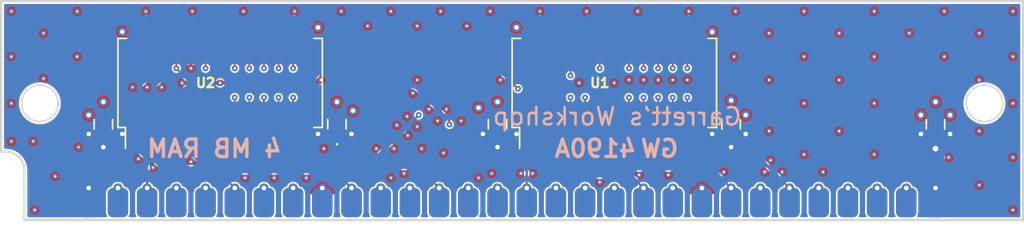
<source format=kicad_pcb>
(kicad_pcb (version 20171130) (host pcbnew "(5.1.5-0-10_14)")
  (layers (0 F.Cu signal) (1 In1.Cu power) (2 In2.Cu signal) (31 B.Cu power) (34 B.Paste user) (35 F.Paste user) (36 B.SilkS user) (37 F.SilkS user) (38 B.Mask user) (39 F.Mask user) (44 Edge.Cuts user))
  (net 0 "")
  (net 1 +5V)
  (net 2 /D0)
  (net 3 /D1)
  (net 4 /~WE~)
  (net 5 /~RAS~)
  (net 6 /~CAS~)
  (net 7 /D2)
  (net 8 /D3)
  (net 9 GND)
  (net 10 /D4)
  (net 11 /D5)
  (net 12 /D6)
  (net 13 /A11)
  (net 14 /D7)
  (net 15 /QP)
  (net 16 /~CASP~)
  (net 17 /DP)
  (net 18 /1A0)
  (net 19 /1A1)
  (net 20 /1A2)
  (net 21 /1A3)
  (net 22 /1A4)
  (net 23 /1A5)
  (net 24 /1A6)
  (net 25 /1A7)
  (net 26 /1A8)
  (net 27 /1A10)
  (net 28 /1A9)
  (module stdpads:SIMM-30_Edge (layer F.Cu) (at 120.65 99.822)
    (fp_text reference J1)
    (fp_text value DRAM-SIMM-30)
    (pad 1 smd roundrect (at -36.83 0.254) (size 1.778 2.54) (layers B.Cu B.Mask) (net 1 +5V))
    (pad 1 smd roundrect (at -36.83 0.254) (size 1.778 2.54) (layers F.Cu F.Mask) (net 1 +5V))
    (pad 2 smd roundrect (at -34.29 0.254) (size 1.778 2.54) (layers B.Cu B.Mask) (net 6 /~CAS~))
    (pad 3 smd roundrect (at -31.75 0.254) (size 1.778 2.54) (layers B.Cu B.Mask) (net 2 /D0))
    (pad 4 smd roundrect (at -29.21 0.254) (size 1.778 2.54) (layers B.Cu B.Mask) (net 22 /1A4))
    (pad 5 smd roundrect (at -26.67 0.254) (size 1.778 2.54) (layers B.Cu B.Mask) (net 21 /1A3))
    (pad 6 smd roundrect (at -24.13 0.254) (size 1.778 2.54) (layers B.Cu B.Mask) (net 3 /D1))
    (pad 7 smd roundrect (at -21.59 0.254) (size 1.778 2.54) (layers B.Cu B.Mask) (net 23 /1A5))
    (pad 8 smd roundrect (at -19.05 0.254) (size 1.778 2.54) (layers B.Cu B.Mask) (net 20 /1A2))
    (pad 9 smd roundrect (at -16.51 0.254) (size 1.778 2.54) (layers B.Cu B.Mask) (net 9 GND))
    (pad 10 smd roundrect (at -13.97 0.254) (size 1.778 2.54) (layers B.Cu B.Mask) (net 7 /D2))
    (pad 11 smd roundrect (at -11.43 0.254) (size 1.778 2.54) (layers B.Cu B.Mask) (net 24 /1A6))
    (pad 12 smd roundrect (at -8.89 0.254) (size 1.778 2.54) (layers B.Cu B.Mask) (net 19 /1A1))
    (pad 13 smd roundrect (at -6.35 0.254) (size 1.778 2.54) (layers B.Cu B.Mask) (net 8 /D3))
    (pad 14 smd roundrect (at -3.81 0.254) (size 1.778 2.54) (layers B.Cu B.Mask) (net 25 /1A7))
    (pad 15 smd roundrect (at -1.27 0.254) (size 1.778 2.54) (layers B.Cu B.Mask) (net 18 /1A0))
    (pad 16 smd roundrect (at 1.27 0.254) (size 1.778 2.54) (layers B.Cu B.Mask) (net 10 /D4))
    (pad 17 smd roundrect (at 3.81 0.254) (size 1.778 2.54) (layers B.Cu B.Mask) (net 26 /1A8))
    (pad 18 smd roundrect (at 6.35 0.254) (size 1.778 2.54) (layers B.Cu B.Mask) (net 27 /1A10))
    (pad 19 smd roundrect (at 8.89 0.254) (size 1.778 2.54) (layers B.Cu B.Mask) (net 28 /1A9))
    (pad 20 smd roundrect (at 11.43 0.254) (size 1.778 2.54) (layers B.Cu B.Mask) (net 11 /D5))
    (pad 21 smd roundrect (at 13.97 0.254) (size 1.778 2.54) (layers B.Cu B.Mask) (net 4 /~WE~))
    (pad 22 smd roundrect (at 16.51 0.254) (size 1.778 2.54) (layers B.Cu B.Mask) (net 9 GND))
    (pad 23 smd roundrect (at 19.05 0.254) (size 1.778 2.54) (layers B.Cu B.Mask) (net 12 /D6))
    (pad 24 smd roundrect (at 21.59 0.254) (size 1.778 2.54) (layers B.Cu B.Mask) (net 13 /A11))
    (pad 25 smd roundrect (at 24.13 0.254) (size 1.778 2.54) (layers B.Cu B.Mask) (net 14 /D7))
    (pad 26 smd roundrect (at 26.67 0.254) (size 1.778 2.54) (layers B.Cu B.Mask) (net 15 /QP))
    (pad 27 smd roundrect (at 29.21 0.254) (size 1.778 2.54) (layers B.Cu B.Mask) (net 5 /~RAS~))
    (pad 28 smd roundrect (at 31.75 0.254) (size 1.778 2.54) (layers B.Cu B.Mask) (net 16 /~CASP~))
    (pad 29 smd roundrect (at 34.29 0.254) (size 1.778 2.54) (layers B.Cu B.Mask) (net 17 /DP))
    (pad 30 smd roundrect (at 36.83 0.254) (size 1.778 2.54) (layers B.Cu B.Mask) (net 1 +5V))
    (pad 2 smd roundrect (at -34.29 0.254) (size 1.778 2.54) (layers F.Cu F.Mask) (net 6 /~CAS~))
    (pad 3 thru_hole circle (at -31.75 -1.016) (size 0.8 0.8) (drill 0.4) (layers *.Cu *.Mask) (net 2 /D0))
    (pad 11 smd roundrect (at -11.43 0.254) (size 1.778 2.54) (layers F.Cu F.Mask) (net 24 /1A6))
    (pad 5 smd roundrect (at -26.67 0.254) (size 1.778 2.54) (layers F.Cu F.Mask) (net 21 /1A3))
    (pad 12 smd roundrect (at -8.89 0.254) (size 1.778 2.54) (layers F.Cu F.Mask) (net 19 /1A1))
    (pad 26 smd roundrect (at 26.67 0.254) (size 1.778 2.54) (layers F.Cu F.Mask) (net 15 /QP))
    (pad 13 smd roundrect (at -6.35 0.254) (size 1.778 2.54) (layers F.Cu F.Mask) (net 8 /D3))
    (pad 14 smd roundrect (at -3.81 0.254) (size 1.778 2.54) (layers F.Cu F.Mask) (net 25 /1A7))
    (pad 4 smd roundrect (at -29.21 0.254) (size 1.778 2.54) (layers F.Cu F.Mask) (net 22 /1A4))
    (pad 29 smd roundrect (at 34.29 0.254) (size 1.778 2.54) (layers F.Cu F.Mask) (net 17 /DP))
    (pad 3 smd roundrect (at -31.75 0.254) (size 1.778 2.54) (layers F.Cu F.Mask) (net 2 /D0))
    (pad 24 smd roundrect (at 21.59 0.254) (size 1.778 2.54) (layers F.Cu F.Mask) (net 13 /A11))
    (pad 16 smd roundrect (at 1.27 0.254) (size 1.778 2.54) (layers F.Cu F.Mask) (net 10 /D4))
    (pad 20 smd roundrect (at 11.43 0.254) (size 1.778 2.54) (layers F.Cu F.Mask) (net 11 /D5))
    (pad 23 smd roundrect (at 19.05 0.254) (size 1.778 2.54) (layers F.Cu F.Mask) (net 12 /D6))
    (pad 9 smd roundrect (at -16.51 0.254) (size 1.778 2.54) (layers F.Cu F.Mask) (net 9 GND))
    (pad 18 smd roundrect (at 6.35 0.254) (size 1.778 2.54) (layers F.Cu F.Mask) (net 27 /1A10))
    (pad 21 smd roundrect (at 13.97 0.254) (size 1.778 2.54) (layers F.Cu F.Mask) (net 4 /~WE~))
    (pad 19 smd roundrect (at 8.89 0.254) (size 1.778 2.54) (layers F.Cu F.Mask) (net 28 /1A9))
    (pad 10 smd roundrect (at -13.97 0.254) (size 1.778 2.54) (layers F.Cu F.Mask) (net 7 /D2))
    (pad 22 smd roundrect (at 16.51 0.254) (size 1.778 2.54) (layers F.Cu F.Mask) (net 9 GND))
    (pad 6 smd roundrect (at -24.13 0.254) (size 1.778 2.54) (layers F.Cu F.Mask) (net 3 /D1))
    (pad 17 smd roundrect (at 3.81 0.254) (size 1.778 2.54) (layers F.Cu F.Mask) (net 26 /1A8))
    (pad 7 smd roundrect (at -21.59 0.254) (size 1.778 2.54) (layers F.Cu F.Mask) (net 23 /1A5))
    (pad 8 smd roundrect (at -19.05 0.254) (size 1.778 2.54) (layers F.Cu F.Mask) (net 20 /1A2))
    (pad 27 smd roundrect (at 29.21 0.254) (size 1.778 2.54) (layers F.Cu F.Mask) (net 5 /~RAS~))
    (pad 28 smd roundrect (at 31.75 0.254) (size 1.778 2.54) (layers F.Cu F.Mask) (net 16 /~CASP~))
    (pad 30 smd roundrect (at 36.83 0.254) (size 1.778 2.54) (layers F.Cu F.Mask) (net 1 +5V))
    (pad 15 smd roundrect (at -1.27 0.254) (size 1.778 2.54) (layers F.Cu F.Mask) (net 18 /1A0))
    (pad 25 smd roundrect (at 24.13 0.254) (size 1.778 2.54) (layers F.Cu F.Mask) (net 14 /D7))
    (pad 2 thru_hole circle (at -34.29 -1.016) (size 0.8 0.8) (drill 0.4) (layers *.Cu *.Mask) (net 6 /~CAS~))
    (pad 1 thru_hole circle (at -36.83 -1.016) (size 0.8 0.8) (drill 0.4) (layers *.Cu *.Mask) (net 1 +5V))
    (pad 5 thru_hole circle (at -26.67 -1.016) (size 0.8 0.8) (drill 0.4) (layers *.Cu *.Mask) (net 21 /1A3))
    (pad 4 thru_hole circle (at -29.21 -1.016) (size 0.8 0.8) (drill 0.4) (layers *.Cu *.Mask) (net 22 /1A4))
    (pad 6 thru_hole circle (at -24.13 -1.016) (size 0.8 0.8) (drill 0.4) (layers *.Cu *.Mask) (net 3 /D1))
    (pad 7 thru_hole circle (at -21.59 -1.016) (size 0.8 0.8) (drill 0.4) (layers *.Cu *.Mask) (net 23 /1A5))
    (pad 9 thru_hole circle (at -16.51 -1.016) (size 0.8 0.8) (drill 0.4) (layers *.Cu *.Mask) (net 9 GND))
    (pad 8 thru_hole circle (at -19.05 -1.016) (size 0.8 0.8) (drill 0.4) (layers *.Cu *.Mask) (net 20 /1A2))
    (pad 11 thru_hole circle (at -11.43 -1.016) (size 0.8 0.8) (drill 0.4) (layers *.Cu *.Mask) (net 24 /1A6))
    (pad 10 thru_hole circle (at -13.97 -1.016) (size 0.8 0.8) (drill 0.4) (layers *.Cu *.Mask) (net 7 /D2))
    (pad 12 thru_hole circle (at -8.89 -1.016) (size 0.8 0.8) (drill 0.4) (layers *.Cu *.Mask) (net 19 /1A1))
    (pad 14 thru_hole circle (at -3.81 -1.016) (size 0.8 0.8) (drill 0.4) (layers *.Cu *.Mask) (net 25 /1A7))
    (pad 13 thru_hole circle (at -6.35 -1.016) (size 0.8 0.8) (drill 0.4) (layers *.Cu *.Mask) (net 8 /D3))
    (pad 15 thru_hole circle (at -1.27 -1.016) (size 0.8 0.8) (drill 0.4) (layers *.Cu *.Mask) (net 18 /1A0))
    (pad 17 thru_hole circle (at 3.81 -1.016) (size 0.8 0.8) (drill 0.4) (layers *.Cu *.Mask) (net 26 /1A8))
    (pad 16 thru_hole circle (at 1.27 -1.016) (size 0.8 0.8) (drill 0.4) (layers *.Cu *.Mask) (net 10 /D4))
    (pad 18 thru_hole circle (at 6.35 -1.016) (size 0.8 0.8) (drill 0.4) (layers *.Cu *.Mask) (net 27 /1A10))
    (pad 27 thru_hole circle (at 29.21 -1.016) (size 0.8 0.8) (drill 0.4) (layers *.Cu *.Mask) (net 5 /~RAS~))
    (pad 26 thru_hole circle (at 26.67 -1.016) (size 0.8 0.8) (drill 0.4) (layers *.Cu *.Mask) (net 15 /QP))
    (pad 28 thru_hole circle (at 31.75 -1.016) (size 0.8 0.8) (drill 0.4) (layers *.Cu *.Mask) (net 16 /~CASP~))
    (pad 21 thru_hole circle (at 13.97 -1.016) (size 0.8 0.8) (drill 0.4) (layers *.Cu *.Mask) (net 4 /~WE~))
    (pad 20 thru_hole circle (at 11.43 -1.016) (size 0.8 0.8) (drill 0.4) (layers *.Cu *.Mask) (net 11 /D5))
    (pad 22 thru_hole circle (at 16.51 -1.016) (size 0.8 0.8) (drill 0.4) (layers *.Cu *.Mask) (net 9 GND))
    (pad 24 thru_hole circle (at 21.59 -1.016) (size 0.8 0.8) (drill 0.4) (layers *.Cu *.Mask) (net 13 /A11))
    (pad 23 thru_hole circle (at 19.05 -1.016) (size 0.8 0.8) (drill 0.4) (layers *.Cu *.Mask) (net 12 /D6))
    (pad 25 thru_hole circle (at 24.13 -1.016) (size 0.8 0.8) (drill 0.4) (layers *.Cu *.Mask) (net 14 /D7))
    (pad 19 thru_hole circle (at 8.89 -1.016) (size 0.8 0.8) (drill 0.4) (layers *.Cu *.Mask) (net 28 /1A9))
    (pad 29 thru_hole circle (at 34.29 -1.016) (size 0.8 0.8) (drill 0.4) (layers *.Cu *.Mask) (net 17 /DP))
    (pad 30 thru_hole circle (at 36.83 -1.016) (size 0.8 0.8) (drill 0.4) (layers *.Cu *.Mask) (net 1 +5V))
  )
  (module stdpads:SOP-24-26-300mil (layer F.Cu) (at 129.54 89.662 90)
    (fp_text reference U1)
    (fp_text value AS4C4M4)
    (fp_text user %R (at 0 -1.27) (layer F.SilkS) (effects (font (size 0.8128 0.8128) (thickness 0.2032))))
    (fp_line (start -3.875 -8.89) (end -3.875 -8.24) (layer F.SilkS) (width 0.1524))
    (fp_line (start 3.875 -8.89) (end 3.875 -8.145) (layer F.SilkS) (width 0.1524))
    (fp_line (start 3.875 8.89) (end 3.875 8.145) (layer F.SilkS) (width 0.1524))
    (fp_line (start -3.875 8.89) (end -3.875 8.145) (layer F.SilkS) (width 0.1524))
    (fp_line (start -3.875 -8.89) (end 3.875 -8.89) (layer F.SilkS) (width 0.1524))
    (fp_line (start -3.875 8.89) (end 3.875 8.89) (layer F.SilkS) (width 0.1524))
    (fp_line (start -3.875 -8.24) (end -5.7 -8.24) (layer F.SilkS) (width 0.1524))
    (pad 8 smd roundrect (at -3.7 1.27 90) (size 4 0.6) (layers F.Cu F.Mask) (net 27 /1A10))
    (pad 19 smd roundrect (at 3.7 1.27 90) (size 4 0.6) (layers F.Cu F.Mask) (net 26 /1A8))
    (pad 6 smd roundrect (at -3.7 -1.27 90) (size 4 0.6) (layers F.Cu F.Mask))
    (pad 21 smd roundrect (at 3.7 -1.27 90) (size 4 0.6) (layers F.Cu F.Mask) (net 28 /1A9))
    (pad 1 smd roundrect (at -3.7 -7.62 90) (size 4 0.6) (layers F.Cu F.Mask) (net 1 +5V))
    (pad 2 smd roundrect (at -3.7 -6.35 90) (size 4 0.6) (layers F.Cu F.Mask) (net 11 /D5))
    (pad 3 smd roundrect (at -3.7 -5.08 90) (size 4 0.6) (layers F.Cu F.Mask) (net 14 /D7))
    (pad 4 smd roundrect (at -3.7 -3.81 90) (size 4 0.6) (layers F.Cu F.Mask) (net 4 /~WE~))
    (pad 5 smd roundrect (at -3.7 -2.54 90) (size 4 0.6) (layers F.Cu F.Mask) (net 5 /~RAS~))
    (pad 9 smd roundrect (at -3.7 2.54 90) (size 4 0.6) (layers F.Cu F.Mask) (net 18 /1A0))
    (pad 10 smd roundrect (at -3.7 3.81 90) (size 4 0.6) (layers F.Cu F.Mask) (net 19 /1A1))
    (pad 11 smd roundrect (at -3.7 5.08 90) (size 4 0.6) (layers F.Cu F.Mask) (net 20 /1A2))
    (pad 12 smd roundrect (at -3.7 6.35 90) (size 4 0.6) (layers F.Cu F.Mask) (net 21 /1A3))
    (pad 13 smd roundrect (at -3.7 7.62 90) (size 4 0.6) (layers F.Cu F.Mask) (net 1 +5V))
    (pad 15 smd roundrect (at 3.7 6.35 90) (size 4 0.6) (layers F.Cu F.Mask) (net 22 /1A4))
    (pad 16 smd roundrect (at 3.7 5.08 90) (size 4 0.6) (layers F.Cu F.Mask) (net 23 /1A5))
    (pad 17 smd roundrect (at 3.7 3.81 90) (size 4 0.6) (layers F.Cu F.Mask) (net 24 /1A6))
    (pad 18 smd roundrect (at 3.7 2.54 90) (size 4 0.6) (layers F.Cu F.Mask) (net 25 /1A7))
    (pad 22 smd roundrect (at 3.7 -2.54 90) (size 4 0.6) (layers F.Cu F.Mask) (net 9 GND))
    (pad 23 smd roundrect (at 3.7 -3.81 90) (size 4 0.6) (layers F.Cu F.Mask) (net 6 /~CAS~))
    (pad 24 smd roundrect (at 3.7 -5.08 90) (size 4 0.6) (layers F.Cu F.Mask) (net 12 /D6))
    (pad 25 smd roundrect (at 3.7 -6.35 90) (size 4 0.6) (layers F.Cu F.Mask) (net 10 /D4))
    (pad 26 smd roundrect (at 3.7 -7.62 90) (size 4 0.6) (layers F.Cu F.Mask) (net 9 GND))
    (pad 14 smd roundrect (at 3.7 7.62 90) (size 4 0.6) (layers F.Cu F.Mask) (net 9 GND))
    (pad 1 smd roundrect (at -4.45 -7.62 90) (size 2.5 0.6) (layers F.Cu F.Paste F.Mask) (net 1 +5V))
    (pad 2 smd roundrect (at -4.45 -6.35 90) (size 2.5 0.6) (layers F.Cu F.Paste F.Mask) (net 11 /D5))
    (pad 3 smd roundrect (at -4.45 -5.08 90) (size 2.5 0.6) (layers F.Cu F.Paste F.Mask) (net 14 /D7))
    (pad 4 smd roundrect (at -4.45 -3.81 90) (size 2.5 0.6) (layers F.Cu F.Paste F.Mask) (net 4 /~WE~))
    (pad 5 smd roundrect (at -4.45 -2.54 90) (size 2.5 0.6) (layers F.Cu F.Paste F.Mask) (net 5 /~RAS~))
    (pad 6 smd roundrect (at -4.45 -1.27 90) (size 2.5 0.6) (layers F.Cu F.Paste F.Mask))
    (pad 8 smd roundrect (at -4.45 1.27 90) (size 2.5 0.6) (layers F.Cu F.Paste F.Mask) (net 27 /1A10))
    (pad 9 smd roundrect (at -4.45 2.54 90) (size 2.5 0.6) (layers F.Cu F.Paste F.Mask) (net 18 /1A0))
    (pad 10 smd roundrect (at -4.45 3.81 90) (size 2.5 0.6) (layers F.Cu F.Paste F.Mask) (net 19 /1A1))
    (pad 11 smd roundrect (at -4.45 5.08 90) (size 2.5 0.6) (layers F.Cu F.Paste F.Mask) (net 20 /1A2))
    (pad 12 smd roundrect (at -4.45 6.35 90) (size 2.5 0.6) (layers F.Cu F.Paste F.Mask) (net 21 /1A3))
    (pad 13 smd roundrect (at -4.45 7.62 90) (size 2.5 0.6) (layers F.Cu F.Paste F.Mask) (net 1 +5V))
    (pad 14 smd roundrect (at 4.45 7.62 90) (size 2.5 0.6) (layers F.Cu F.Paste F.Mask) (net 9 GND))
    (pad 15 smd roundrect (at 4.45 6.35 90) (size 2.5 0.6) (layers F.Cu F.Paste F.Mask) (net 22 /1A4))
    (pad 16 smd roundrect (at 4.45 5.08 90) (size 2.5 0.6) (layers F.Cu F.Paste F.Mask) (net 23 /1A5))
    (pad 17 smd roundrect (at 4.45 3.81 90) (size 2.5 0.6) (layers F.Cu F.Paste F.Mask) (net 24 /1A6))
    (pad 18 smd roundrect (at 4.45 2.54 90) (size 2.5 0.6) (layers F.Cu F.Paste F.Mask) (net 25 /1A7))
    (pad 19 smd roundrect (at 4.45 1.27 90) (size 2.5 0.6) (layers F.Cu F.Paste F.Mask) (net 26 /1A8))
    (pad 21 smd roundrect (at 4.45 -1.27 90) (size 2.5 0.6) (layers F.Cu F.Paste F.Mask) (net 28 /1A9))
    (pad 22 smd roundrect (at 4.45 -2.54 90) (size 2.5 0.6) (layers F.Cu F.Paste F.Mask) (net 9 GND))
    (pad 23 smd roundrect (at 4.45 -3.81 90) (size 2.5 0.6) (layers F.Cu F.Paste F.Mask) (net 6 /~CAS~))
    (pad 24 smd roundrect (at 4.45 -5.08 90) (size 2.5 0.6) (layers F.Cu F.Paste F.Mask) (net 12 /D6))
    (pad 25 smd roundrect (at 4.45 -6.35 90) (size 2.5 0.6) (layers F.Cu F.Paste F.Mask) (net 10 /D4))
    (pad 26 smd roundrect (at 4.45 -7.62 90) (size 2.5 0.6) (layers F.Cu F.Paste F.Mask) (net 9 GND))
  )
  (module stdpads:SOP-24-26-300mil (layer F.Cu) (at 95.25 89.662 90)
    (fp_text reference U2)
    (fp_text value AS4C4M4)
    (fp_text user %R (at 0 -1.27) (layer F.SilkS) (effects (font (size 0.8128 0.8128) (thickness 0.2032))))
    (fp_line (start -3.875 -8.89) (end -3.875 -8.24) (layer F.SilkS) (width 0.1524))
    (fp_line (start 3.875 -8.89) (end 3.875 -8.145) (layer F.SilkS) (width 0.1524))
    (fp_line (start 3.875 8.89) (end 3.875 8.145) (layer F.SilkS) (width 0.1524))
    (fp_line (start -3.875 8.89) (end -3.875 8.145) (layer F.SilkS) (width 0.1524))
    (fp_line (start -3.875 -8.89) (end 3.875 -8.89) (layer F.SilkS) (width 0.1524))
    (fp_line (start -3.875 8.89) (end 3.875 8.89) (layer F.SilkS) (width 0.1524))
    (fp_line (start -3.875 -8.24) (end -5.7 -8.24) (layer F.SilkS) (width 0.1524))
    (pad 8 smd roundrect (at -3.7 1.27 90) (size 4 0.6) (layers F.Cu F.Mask) (net 21 /1A3))
    (pad 19 smd roundrect (at 3.7 1.27 90) (size 4 0.6) (layers F.Cu F.Mask) (net 23 /1A5))
    (pad 6 smd roundrect (at -3.7 -1.27 90) (size 4 0.6) (layers F.Cu F.Mask))
    (pad 21 smd roundrect (at 3.7 -1.27 90) (size 4 0.6) (layers F.Cu F.Mask) (net 22 /1A4))
    (pad 1 smd roundrect (at -3.7 -7.62 90) (size 4 0.6) (layers F.Cu F.Mask) (net 1 +5V))
    (pad 2 smd roundrect (at -3.7 -6.35 90) (size 4 0.6) (layers F.Cu F.Mask) (net 3 /D1))
    (pad 3 smd roundrect (at -3.7 -5.08 90) (size 4 0.6) (layers F.Cu F.Mask) (net 8 /D3))
    (pad 4 smd roundrect (at -3.7 -3.81 90) (size 4 0.6) (layers F.Cu F.Mask) (net 4 /~WE~))
    (pad 5 smd roundrect (at -3.7 -2.54 90) (size 4 0.6) (layers F.Cu F.Mask) (net 5 /~RAS~))
    (pad 9 smd roundrect (at -3.7 2.54 90) (size 4 0.6) (layers F.Cu F.Mask) (net 20 /1A2))
    (pad 10 smd roundrect (at -3.7 3.81 90) (size 4 0.6) (layers F.Cu F.Mask) (net 19 /1A1))
    (pad 11 smd roundrect (at -3.7 5.08 90) (size 4 0.6) (layers F.Cu F.Mask) (net 18 /1A0))
    (pad 12 smd roundrect (at -3.7 6.35 90) (size 4 0.6) (layers F.Cu F.Mask) (net 27 /1A10))
    (pad 13 smd roundrect (at -3.7 7.62 90) (size 4 0.6) (layers F.Cu F.Mask) (net 1 +5V))
    (pad 15 smd roundrect (at 3.7 6.35 90) (size 4 0.6) (layers F.Cu F.Mask) (net 28 /1A9))
    (pad 16 smd roundrect (at 3.7 5.08 90) (size 4 0.6) (layers F.Cu F.Mask) (net 26 /1A8))
    (pad 17 smd roundrect (at 3.7 3.81 90) (size 4 0.6) (layers F.Cu F.Mask) (net 25 /1A7))
    (pad 18 smd roundrect (at 3.7 2.54 90) (size 4 0.6) (layers F.Cu F.Mask) (net 24 /1A6))
    (pad 22 smd roundrect (at 3.7 -2.54 90) (size 4 0.6) (layers F.Cu F.Mask) (net 9 GND))
    (pad 23 smd roundrect (at 3.7 -3.81 90) (size 4 0.6) (layers F.Cu F.Mask) (net 6 /~CAS~))
    (pad 24 smd roundrect (at 3.7 -5.08 90) (size 4 0.6) (layers F.Cu F.Mask) (net 7 /D2))
    (pad 25 smd roundrect (at 3.7 -6.35 90) (size 4 0.6) (layers F.Cu F.Mask) (net 2 /D0))
    (pad 26 smd roundrect (at 3.7 -7.62 90) (size 4 0.6) (layers F.Cu F.Mask) (net 9 GND))
    (pad 14 smd roundrect (at 3.7 7.62 90) (size 4 0.6) (layers F.Cu F.Mask) (net 9 GND))
    (pad 1 smd roundrect (at -4.45 -7.62 90) (size 2.5 0.6) (layers F.Cu F.Paste F.Mask) (net 1 +5V))
    (pad 2 smd roundrect (at -4.45 -6.35 90) (size 2.5 0.6) (layers F.Cu F.Paste F.Mask) (net 3 /D1))
    (pad 3 smd roundrect (at -4.45 -5.08 90) (size 2.5 0.6) (layers F.Cu F.Paste F.Mask) (net 8 /D3))
    (pad 4 smd roundrect (at -4.45 -3.81 90) (size 2.5 0.6) (layers F.Cu F.Paste F.Mask) (net 4 /~WE~))
    (pad 5 smd roundrect (at -4.45 -2.54 90) (size 2.5 0.6) (layers F.Cu F.Paste F.Mask) (net 5 /~RAS~))
    (pad 6 smd roundrect (at -4.45 -1.27 90) (size 2.5 0.6) (layers F.Cu F.Paste F.Mask))
    (pad 8 smd roundrect (at -4.45 1.27 90) (size 2.5 0.6) (layers F.Cu F.Paste F.Mask) (net 21 /1A3))
    (pad 9 smd roundrect (at -4.45 2.54 90) (size 2.5 0.6) (layers F.Cu F.Paste F.Mask) (net 20 /1A2))
    (pad 10 smd roundrect (at -4.45 3.81 90) (size 2.5 0.6) (layers F.Cu F.Paste F.Mask) (net 19 /1A1))
    (pad 11 smd roundrect (at -4.45 5.08 90) (size 2.5 0.6) (layers F.Cu F.Paste F.Mask) (net 18 /1A0))
    (pad 12 smd roundrect (at -4.45 6.35 90) (size 2.5 0.6) (layers F.Cu F.Paste F.Mask) (net 27 /1A10))
    (pad 13 smd roundrect (at -4.45 7.62 90) (size 2.5 0.6) (layers F.Cu F.Paste F.Mask) (net 1 +5V))
    (pad 14 smd roundrect (at 4.45 7.62 90) (size 2.5 0.6) (layers F.Cu F.Paste F.Mask) (net 9 GND))
    (pad 15 smd roundrect (at 4.45 6.35 90) (size 2.5 0.6) (layers F.Cu F.Paste F.Mask) (net 28 /1A9))
    (pad 16 smd roundrect (at 4.45 5.08 90) (size 2.5 0.6) (layers F.Cu F.Paste F.Mask) (net 26 /1A8))
    (pad 17 smd roundrect (at 4.45 3.81 90) (size 2.5 0.6) (layers F.Cu F.Paste F.Mask) (net 25 /1A7))
    (pad 18 smd roundrect (at 4.45 2.54 90) (size 2.5 0.6) (layers F.Cu F.Paste F.Mask) (net 24 /1A6))
    (pad 19 smd roundrect (at 4.45 1.27 90) (size 2.5 0.6) (layers F.Cu F.Paste F.Mask) (net 23 /1A5))
    (pad 21 smd roundrect (at 4.45 -1.27 90) (size 2.5 0.6) (layers F.Cu F.Paste F.Mask) (net 22 /1A4))
    (pad 22 smd roundrect (at 4.45 -2.54 90) (size 2.5 0.6) (layers F.Cu F.Paste F.Mask) (net 9 GND))
    (pad 23 smd roundrect (at 4.45 -3.81 90) (size 2.5 0.6) (layers F.Cu F.Paste F.Mask) (net 6 /~CAS~))
    (pad 24 smd roundrect (at 4.45 -5.08 90) (size 2.5 0.6) (layers F.Cu F.Paste F.Mask) (net 7 /D2))
    (pad 25 smd roundrect (at 4.45 -6.35 90) (size 2.5 0.6) (layers F.Cu F.Paste F.Mask) (net 2 /D0))
    (pad 26 smd roundrect (at 4.45 -7.62 90) (size 2.5 0.6) (layers F.Cu F.Paste F.Mask) (net 9 GND))
  )
  (module stdpads:C_0805 (layer F.Cu) (at 85.09 93.257 90)
    (fp_text reference C1 hide)
    (fp_text value 100n hide)
    (fp_line (start -0.4064 -0.8) (end 0.4064 -0.8) (layer F.SilkS) (width 0.1524))
    (fp_line (start -0.4064 0.8) (end 0.4064 0.8) (layer F.SilkS) (width 0.1524))
    (pad 1 smd roundrect (at -0.85 0 90) (size 1.05 1.4) (layers F.Cu F.Paste F.Mask) (net 1 +5V))
    (pad 2 smd roundrect (at 0.85 0 90) (size 1.05 1.4) (layers F.Cu F.Paste F.Mask) (net 9 GND))
  )
  (module stdpads:C_0805 (layer F.Cu) (at 105.41 93.257 90)
    (fp_text reference C2 hide)
    (fp_text value 100n hide)
    (fp_line (start -0.4064 0.8) (end 0.4064 0.8) (layer F.SilkS) (width 0.1524))
    (fp_line (start -0.4064 -0.8) (end 0.4064 -0.8) (layer F.SilkS) (width 0.1524))
    (pad 2 smd roundrect (at 0.85 0 90) (size 1.05 1.4) (layers F.Cu F.Paste F.Mask) (net 9 GND))
    (pad 1 smd roundrect (at -0.85 0 90) (size 1.05 1.4) (layers F.Cu F.Paste F.Mask) (net 1 +5V))
  )
  (module stdpads:C_0805 (layer F.Cu) (at 119.38 93.257 90)
    (fp_text reference C3 hide)
    (fp_text value 100n hide)
    (fp_line (start -0.4064 -0.8) (end 0.4064 -0.8) (layer F.SilkS) (width 0.1524))
    (fp_line (start -0.4064 0.8) (end 0.4064 0.8) (layer F.SilkS) (width 0.1524))
    (pad 1 smd roundrect (at -0.85 0 90) (size 1.05 1.4) (layers F.Cu F.Paste F.Mask) (net 1 +5V))
    (pad 2 smd roundrect (at 0.85 0 90) (size 1.05 1.4) (layers F.Cu F.Paste F.Mask) (net 9 GND))
  )
  (module stdpads:C_0805 (layer F.Cu) (at 157.48 93.257 90)
    (fp_text reference C5 hide)
    (fp_text value 100n hide)
    (fp_line (start -0.4064 -0.8) (end 0.4064 -0.8) (layer F.SilkS) (width 0.1524))
    (fp_line (start -0.4064 0.8) (end 0.4064 0.8) (layer F.SilkS) (width 0.1524))
    (pad 1 smd roundrect (at -0.85 0 90) (size 1.05 1.4) (layers F.Cu F.Paste F.Mask) (net 1 +5V))
    (pad 2 smd roundrect (at 0.85 0 90) (size 1.05 1.4) (layers F.Cu F.Paste F.Mask) (net 9 GND))
  )
  (module stdpads:C_0805 (layer F.Cu) (at 139.7 93.257 90)
    (fp_text reference C4 hide)
    (fp_text value 100n hide)
    (fp_line (start -0.4064 -0.8) (end 0.4064 -0.8) (layer F.SilkS) (width 0.1524))
    (fp_line (start -0.4064 0.8) (end 0.4064 0.8) (layer F.SilkS) (width 0.1524))
    (pad 1 smd roundrect (at -0.85 0 90) (size 1.05 1.4) (layers F.Cu F.Paste F.Mask) (net 1 +5V))
    (pad 2 smd roundrect (at 0.85 0 90) (size 1.05 1.4) (layers F.Cu F.Paste F.Mask) (net 9 GND))
  )
  (gr_text 4190A (at 127.889 95.377) (layer B.SilkS) (effects (font (size 1.5 1.5) (thickness 0.3)) (justify mirror)))
  (gr_text GW (at 133.477 95.377) (layer B.SilkS) (effects (font (size 1.5 1.5) (thickness 0.3)) (justify mirror)))
  (gr_text "Garrett’s Workshop" (at 129.794 92.583) (layer B.SilkS) (effects (font (size 1.524 1.524) (thickness 0.225)) (justify mirror)))
  (gr_text "4 MB RAM" (at 94.742 95.377) (layer B.SilkS) (effects (font (size 1.524 1.524) (thickness 0.3)) (justify mirror)))
  (gr_line (start 76.581 95.631) (end 76.2 95.631) (layer Edge.Cuts) (width 0.2))
  (gr_line (start 78.232 101.6) (end 78.232 97.282) (layer Edge.Cuts) (width 0.2))
  (gr_circle (center 79.5655 91.44) (end 77.978 91.44) (layer Edge.Cuts) (width 0.15))
  (gr_circle (center 161.7345 91.44) (end 163.322 91.44) (layer Edge.Cuts) (width 0.15))
  (gr_line (start 76.2 95.631) (end 76.2 82.55) (layer Edge.Cuts) (width 0.2))
  (gr_arc (start 76.581 97.282) (end 78.232 97.282) (angle -90) (layer Edge.Cuts) (width 0.2))
  (gr_line (start 165.1 82.55) (end 165.1 101.6) (layer Edge.Cuts) (width 0.2))
  (gr_line (start 76.2 82.55) (end 165.1 82.55) (layer Edge.Cuts) (width 0.2))
  (gr_line (start 165.1 101.6) (end 78.232 101.6) (layer Edge.Cuts) (width 0.2))
  (via (at 86.741 94.107) (size 0.8) (drill 0.4) (layers F.Cu B.Cu) (net 1))
  (segment (start 87.625 94.107) (end 87.63 94.112) (width 0.508) (layer F.Cu) (net 1))
  (segment (start 86.741 94.107) (end 87.625 94.107) (width 0.508) (layer F.Cu) (net 1))
  (via (at 121.031 94.107) (size 0.8) (drill 0.4) (layers F.Cu B.Cu) (net 1))
  (via (at 138.049 94.107) (size 0.8) (drill 0.4) (layers F.Cu B.Cu) (net 1))
  (segment (start 102.875 94.107) (end 102.87 94.112) (width 0.508) (layer F.Cu) (net 1))
  (segment (start 121.915 94.107) (end 121.92 94.112) (width 0.508) (layer F.Cu) (net 1))
  (segment (start 121.031 94.107) (end 121.915 94.107) (width 0.508) (layer F.Cu) (net 1))
  (segment (start 137.165 94.107) (end 137.16 94.112) (width 0.508) (layer F.Cu) (net 1))
  (segment (start 138.049 94.107) (end 137.165 94.107) (width 0.508) (layer F.Cu) (net 1))
  (segment (start 85.09 94.107) (end 86.741 94.107) (width 0.762) (layer F.Cu) (net 1))
  (via (at 83.82 94.107) (size 0.8) (drill 0.4) (layers F.Cu B.Cu) (net 1))
  (segment (start 85.09 94.107) (end 83.82 94.107) (width 0.762) (layer F.Cu) (net 1))
  (via (at 85.09 95.25) (size 0.8) (drill 0.4) (layers F.Cu B.Cu) (net 1))
  (segment (start 85.09 94.107) (end 85.09 95.25) (width 0.762) (layer F.Cu) (net 1))
  (segment (start 103.759 94.107) (end 102.875 94.107) (width 0.508) (layer F.Cu) (net 1))
  (via (at 103.759 94.107) (size 0.8) (drill 0.4) (layers F.Cu B.Cu) (net 1))
  (via (at 106.68 94.107) (size 0.8) (drill 0.4) (layers F.Cu B.Cu) (net 1))
  (segment (start 105.41 94.107) (end 106.68 94.107) (width 0.762) (layer F.Cu) (net 1))
  (segment (start 105.41 94.107) (end 103.759 94.107) (width 0.762) (layer F.Cu) (net 1))
  (via (at 118.11 94.107) (size 0.8) (drill 0.4) (layers F.Cu B.Cu) (net 1))
  (segment (start 119.38 94.107) (end 118.11 94.107) (width 0.762) (layer F.Cu) (net 1))
  (segment (start 119.38 94.107) (end 121.031 94.107) (width 0.762) (layer F.Cu) (net 1))
  (via (at 119.38 95.25) (size 0.8) (drill 0.4) (layers F.Cu B.Cu) (net 1))
  (segment (start 119.38 94.107) (end 119.38 95.25) (width 0.762) (layer F.Cu) (net 1))
  (via (at 105.41 94.996) (size 0.508) (drill 0.2) (layers F.Cu B.Cu) (net 1))
  (segment (start 105.41 94.107) (end 105.41 94.996) (width 0.508) (layer F.Cu) (net 1))
  (segment (start 139.7 94.107) (end 138.049 94.107) (width 0.762) (layer F.Cu) (net 1))
  (via (at 139.7 95.25) (size 0.8) (drill 0.4) (layers F.Cu B.Cu) (net 1))
  (segment (start 139.7 94.107) (end 139.7 95.25) (width 0.762) (layer F.Cu) (net 1))
  (via (at 140.97 94.107) (size 0.8) (drill 0.4) (layers F.Cu B.Cu) (net 1))
  (segment (start 139.7 94.107) (end 140.97 94.107) (width 0.762) (layer F.Cu) (net 1))
  (segment (start 157.48 98.806) (end 157.48 95.377) (width 1.27) (layer F.Cu) (net 1))
  (segment (start 157.48 95.377) (end 157.48 94.107) (width 0.762) (layer F.Cu) (net 1))
  (via (at 156.21 94.107) (size 0.8) (drill 0.4) (layers F.Cu B.Cu) (net 1))
  (segment (start 157.48 94.107) (end 156.21 94.107) (width 0.8) (layer F.Cu) (net 1))
  (via (at 158.75 94.107) (size 0.8) (drill 0.4) (layers F.Cu B.Cu) (net 1))
  (segment (start 157.48 94.107) (end 158.75 94.107) (width 0.8) (layer F.Cu) (net 1))
  (via (at 157.48 95.377) (size 1) (drill 0.5) (layers F.Cu B.Cu) (net 1))
  (segment (start 88.9 89.281) (end 88.9 85.962) (width 0.1524) (layer F.Cu) (net 2))
  (segment (start 88.265 89.916) (end 88.9 89.281) (width 0.1524) (layer F.Cu) (net 2))
  (segment (start 88.9 98.806) (end 88.9 96.266) (width 0.1524) (layer F.Cu) (net 2))
  (segment (start 88.265 95.631) (end 88.265 89.916) (width 0.1524) (layer F.Cu) (net 2))
  (segment (start 88.9 96.266) (end 88.265 95.631) (width 0.1524) (layer F.Cu) (net 2))
  (segment (start 88.9 95.758) (end 88.9 94.112) (width 0.1524) (layer F.Cu) (net 3))
  (segment (start 95.504 97.79) (end 90.932 97.79) (width 0.1524) (layer F.Cu) (net 3))
  (segment (start 96.52 98.806) (end 95.504 97.79) (width 0.1524) (layer F.Cu) (net 3))
  (segment (start 90.932 97.79) (end 88.9 95.758) (width 0.1524) (layer F.Cu) (net 3))
  (segment (start 125.73 94.112) (end 125.73 90.932) (width 0.1524) (layer F.Cu) (net 4))
  (via (at 125.73 90.932) (size 0.508) (drill 0.2) (layers F.Cu B.Cu) (net 4))
  (via (at 115.189 93.2815) (size 0.508) (drill 0.2) (layers F.Cu B.Cu) (net 4))
  (segment (start 91.44 90.932) (end 91.44 94.112) (width 0.1524) (layer F.Cu) (net 4))
  (segment (start 92.329 90.043) (end 91.44 90.932) (width 0.1524) (layer F.Cu) (net 4))
  (segment (start 95.504 90.17) (end 94.996 90.17) (width 0.1524) (layer F.Cu) (net 4))
  (segment (start 94.869 90.043) (end 92.329 90.043) (width 0.1524) (layer F.Cu) (net 4))
  (segment (start 94.996 90.17) (end 94.869 90.043) (width 0.1524) (layer F.Cu) (net 4))
  (segment (start 112.2045 89.9795) (end 95.6945 89.9795) (width 0.1524) (layer F.Cu) (net 4))
  (segment (start 115.189 92.964) (end 112.2045 89.9795) (width 0.1524) (layer F.Cu) (net 4))
  (segment (start 95.6945 89.9795) (end 95.504 90.17) (width 0.1524) (layer F.Cu) (net 4))
  (segment (start 115.189 93.2815) (end 115.189 92.964) (width 0.1524) (layer F.Cu) (net 4))
  (via (at 127 90.932) (size 0.508) (drill 0.2) (layers F.Cu B.Cu) (net 5))
  (segment (start 127 94.112) (end 127 90.932) (width 0.1524) (layer F.Cu) (net 5))
  (via (at 112.522 92.456) (size 0.508) (drill 0.2) (layers F.Cu B.Cu) (net 5))
  (segment (start 92.71 95.758) (end 92.71 93.362) (width 0.1524) (layer F.Cu) (net 5))
  (segment (start 93.345 96.393) (end 92.71 95.758) (width 0.1524) (layer F.Cu) (net 5))
  (segment (start 108.585 96.393) (end 93.345 96.393) (width 0.1524) (layer F.Cu) (net 5))
  (segment (start 112.522 92.456) (end 108.585 96.393) (width 0.1524) (layer F.Cu) (net 5))
  (via (at 91.44 88.392) (size 0.508) (drill 0.2) (layers F.Cu B.Cu) (net 6))
  (segment (start 91.44 85.212) (end 91.44 88.392) (width 0.1524) (layer F.Cu) (net 6))
  (via (at 121.158 90.17) (size 0.508) (drill 0.2) (layers F.Cu B.Cu) (net 6))
  (segment (start 125.73 89.027) (end 125.73 85.212) (width 0.1524) (layer F.Cu) (net 6))
  (via (at 125.73 89.027) (size 0.508) (drill 0.2) (layers F.Cu B.Cu) (net 6))
  (segment (start 92.329 89.281) (end 91.44 88.392) (width 0.1524) (layer F.Cu) (net 6))
  (segment (start 94.869 89.281) (end 92.329 89.281) (width 0.1524) (layer F.Cu) (net 6))
  (segment (start 94.996 89.154) (end 94.869 89.281) (width 0.1524) (layer F.Cu) (net 6))
  (segment (start 95.504 89.154) (end 94.996 89.154) (width 0.1524) (layer F.Cu) (net 6))
  (segment (start 95.631 89.281) (end 95.504 89.154) (width 0.1524) (layer F.Cu) (net 6))
  (segment (start 103.378 89.281) (end 95.631 89.281) (width 0.1524) (layer F.Cu) (net 6))
  (segment (start 104.013 88.646) (end 103.378 89.281) (width 0.1524) (layer F.Cu) (net 6))
  (segment (start 119.634 88.646) (end 104.013 88.646) (width 0.1524) (layer F.Cu) (net 6))
  (segment (start 121.158 90.17) (end 119.634 88.646) (width 0.1524) (layer F.Cu) (net 6))
  (segment (start 105.283 97.409) (end 106.68 98.806) (width 0.1524) (layer F.Cu) (net 7))
  (segment (start 89.535 89.916) (end 89.535 95.758) (width 0.1524) (layer F.Cu) (net 7))
  (segment (start 91.186 97.409) (end 105.283 97.409) (width 0.1524) (layer F.Cu) (net 7))
  (segment (start 89.535 95.758) (end 91.186 97.409) (width 0.1524) (layer F.Cu) (net 7))
  (segment (start 90.17 89.281) (end 89.535 89.916) (width 0.1524) (layer F.Cu) (net 7))
  (segment (start 90.17 85.212) (end 90.17 89.281) (width 0.1524) (layer F.Cu) (net 7))
  (segment (start 112.522 97.028) (end 114.3 98.806) (width 0.1524) (layer F.Cu) (net 8))
  (segment (start 91.44 97.028) (end 112.522 97.028) (width 0.1524) (layer F.Cu) (net 8))
  (segment (start 90.17 94.112) (end 90.17 95.758) (width 0.1524) (layer F.Cu) (net 8))
  (segment (start 90.17 95.758) (end 91.44 97.028) (width 0.1524) (layer F.Cu) (net 8))
  (via (at 121.031 84.836) (size 0.8) (drill 0.4) (layers F.Cu B.Cu) (net 9))
  (via (at 138.049 85.217) (size 0.8) (drill 0.4) (layers F.Cu B.Cu) (net 9))
  (segment (start 138.044 85.212) (end 138.049 85.217) (width 0.508) (layer F.Cu) (net 9))
  (segment (start 137.16 85.212) (end 138.044 85.212) (width 0.508) (layer F.Cu) (net 9))
  (via (at 103.759 84.836) (size 0.8) (drill 0.4) (layers F.Cu B.Cu) (net 9))
  (via (at 86.741 85.217) (size 0.8) (drill 0.4) (layers F.Cu B.Cu) (net 9))
  (segment (start 86.746 85.212) (end 86.741 85.217) (width 0.508) (layer F.Cu) (net 9))
  (segment (start 87.63 85.212) (end 86.746 85.212) (width 0.508) (layer F.Cu) (net 9))
  (via (at 134.62 89.408) (size 0.508) (drill 0.2) (layers F.Cu B.Cu) (net 9))
  (via (at 133.35 89.408) (size 0.508) (drill 0.2) (layers F.Cu B.Cu) (net 9))
  (via (at 132.08 89.408) (size 0.508) (drill 0.2) (layers F.Cu B.Cu) (net 9))
  (via (at 135.89 89.408) (size 0.508) (drill 0.2) (layers F.Cu B.Cu) (net 9))
  (via (at 130.81 89.408) (size 0.508) (drill 0.2) (layers F.Cu B.Cu) (net 9))
  (via (at 108.839 95.377) (size 0.508) (drill 0.2) (layers F.Cu B.Cu) (net 9))
  (via (at 104.267 95.377) (size 0.508) (drill 0.2) (layers F.Cu B.Cu) (net 9))
  (via (at 129.54 89.662) (size 0.508) (drill 0.2) (layers F.Cu B.Cu) (net 9))
  (via (at 95.25 89.662) (size 0.508) (drill 0.2) (layers F.Cu B.Cu) (net 9))
  (via (at 112.395 89.408) (size 0.508) (drill 0.2) (layers F.Cu B.Cu) (net 9))
  (via (at 119.634 89.408) (size 0.508) (drill 0.2) (layers F.Cu B.Cu) (net 9))
  (segment (start 103.759 84.836) (end 102.997 84.836) (width 0.508) (layer F.Cu) (net 9))
  (segment (start 102.87 84.963) (end 102.87 85.962) (width 0.508) (layer F.Cu) (net 9))
  (segment (start 102.997 84.836) (end 102.87 84.963) (width 0.508) (layer F.Cu) (net 9))
  (segment (start 121.031 84.836) (end 121.84859 84.836) (width 0.508) (layer F.Cu) (net 9))
  (segment (start 121.92 84.90741) (end 121.92 85.962) (width 0.508) (layer F.Cu) (net 9))
  (segment (start 121.84859 84.836) (end 121.92 84.90741) (width 0.508) (layer F.Cu) (net 9))
  (via (at 92.71 96.52) (size 0.508) (drill 0.2) (layers F.Cu B.Cu) (net 9))
  (via (at 111.252 97.536) (size 0.508) (drill 0.2) (layers F.Cu B.Cu) (net 9))
  (via (at 117.729 97.917) (size 0.508) (drill 0.2) (layers F.Cu B.Cu) (net 9))
  (via (at 118.872 97.536) (size 0.508) (drill 0.2) (layers F.Cu B.Cu) (net 9))
  (via (at 139.065 97.409) (size 0.508) (drill 0.2) (layers F.Cu B.Cu) (net 9))
  (via (at 134.239 97.663) (size 0.508) (drill 0.2) (layers F.Cu B.Cu) (net 9))
  (via (at 89.408 97.028) (size 0.508) (drill 0.2) (layers F.Cu B.Cu) (net 9))
  (via (at 88.138 96.266) (size 0.508) (drill 0.2) (layers F.Cu B.Cu) (net 9))
  (via (at 142.621 97.409) (size 0.508) (drill 0.2) (layers F.Cu B.Cu) (net 9))
  (via (at 114.681 95.758) (size 0.508) (drill 0.2) (layers F.Cu B.Cu) (net 9))
  (via (at 144.145 97.409) (size 0.508) (drill 0.2) (layers F.Cu B.Cu) (net 9))
  (via (at 143.129 96.393) (size 0.508) (drill 0.2) (layers F.Cu B.Cu) (net 9))
  (via (at 112.395 84.709) (size 0.508) (drill 0.2) (layers F.Cu B.Cu) (net 9))
  (via (at 112.014 90.551) (size 0.508) (drill 0.2) (layers F.Cu B.Cu) (net 9))
  (via (at 108.077 84.709) (size 0.508) (drill 0.2) (layers F.Cu B.Cu) (net 9))
  (via (at 116.713 84.709) (size 0.508) (drill 0.2) (layers F.Cu B.Cu) (net 9))
  (via (at 88.9 90.043) (size 0.508) (drill 0.2) (layers F.Cu B.Cu) (net 9))
  (via (at 87.63 90.043) (size 0.508) (drill 0.2) (layers F.Cu B.Cu) (net 9))
  (via (at 90.17 90.043) (size 0.508) (drill 0.2) (layers F.Cu B.Cu) (net 9))
  (via (at 91.948 89.662) (size 0.508) (drill 0.2) (layers F.Cu B.Cu) (net 9))
  (via (at 126.492 89.662) (size 0.508) (drill 0.2) (layers F.Cu B.Cu) (net 9))
  (via (at 92.71 88.392) (size 0.508) (drill 0.2) (layers F.Cu B.Cu) (net 9))
  (segment (start 92.71 85.962) (end 92.71 88.392) (width 0.1524) (layer F.Cu) (net 9))
  (via (at 121.412 97.536) (size 0.508) (drill 0.2) (layers F.Cu B.Cu) (net 9))
  (via (at 122.428 97.536) (size 0.508) (drill 0.2) (layers F.Cu B.Cu) (net 9))
  (via (at 97.282 83.439) (size 0.508) (drill 0.2) (layers F.Cu B.Cu) (net 9))
  (via (at 131.572 83.439) (size 0.508) (drill 0.2) (layers F.Cu B.Cu) (net 9))
  (via (at 77.089 83.439) (size 0.508) (drill 0.2) (layers F.Cu B.Cu) (net 9))
  (via (at 164.211 83.439) (size 0.508) (drill 0.2) (layers F.Cu B.Cu) (net 9))
  (via (at 164.211 100.711) (size 0.508) (drill 0.2) (layers F.Cu B.Cu) (net 9))
  (via (at 79.121 100.711) (size 0.508) (drill 0.2) (layers F.Cu B.Cu) (net 9))
  (via (at 77.089 94.742) (size 0.508) (drill 0.2) (layers F.Cu B.Cu) (net 9))
  (via (at 164.211 91.44) (size 0.508) (drill 0.2) (layers F.Cu B.Cu) (net 9))
  (via (at 77.089 91.44) (size 0.508) (drill 0.2) (layers F.Cu B.Cu) (net 9))
  (via (at 77.089 87.376) (size 0.508) (drill 0.2) (layers F.Cu B.Cu) (net 9))
  (via (at 164.211 87.376) (size 0.508) (drill 0.2) (layers F.Cu B.Cu) (net 9))
  (via (at 140.081 83.439) (size 0.508) (drill 0.2) (layers F.Cu B.Cu) (net 9))
  (via (at 88.773 83.439) (size 0.508) (drill 0.2) (layers F.Cu B.Cu) (net 9))
  (via (at 105.791 83.439) (size 0.508) (drill 0.2) (layers F.Cu B.Cu) (net 9))
  (via (at 123.063 83.439) (size 0.508) (drill 0.2) (layers F.Cu B.Cu) (net 9))
  (via (at 114.427 83.439) (size 0.508) (drill 0.2) (layers F.Cu B.Cu) (net 9))
  (via (at 118.745 83.439) (size 0.508) (drill 0.2) (layers F.Cu B.Cu) (net 9))
  (via (at 110.109 83.439) (size 0.508) (drill 0.2) (layers F.Cu B.Cu) (net 9))
  (via (at 127.127 83.439) (size 0.508) (drill 0.2) (layers F.Cu B.Cu) (net 9))
  (via (at 136.017 83.439) (size 0.508) (drill 0.2) (layers F.Cu B.Cu) (net 9))
  (via (at 101.727 83.439) (size 0.508) (drill 0.2) (layers F.Cu B.Cu) (net 9))
  (via (at 92.837 83.439) (size 0.508) (drill 0.2) (layers F.Cu B.Cu) (net 9))
  (via (at 82.804 83.439) (size 0.508) (drill 0.2) (layers F.Cu B.Cu) (net 9))
  (via (at 152.146 83.439) (size 0.508) (drill 0.2) (layers F.Cu B.Cu) (net 9))
  (via (at 158.242 83.439) (size 0.508) (drill 0.2) (layers F.Cu B.Cu) (net 9))
  (via (at 146.05 83.439) (size 0.508) (drill 0.2) (layers F.Cu B.Cu) (net 9))
  (via (at 164.211 96.139) (size 0.508) (drill 0.2) (layers F.Cu B.Cu) (net 9))
  (via (at 82.804 87.376) (size 0.508) (drill 0.2) (layers F.Cu B.Cu) (net 9))
  (via (at 158.242 87.376) (size 0.508) (drill 0.2) (layers F.Cu B.Cu) (net 9))
  (via (at 152.146 87.376) (size 0.508) (drill 0.2) (layers F.Cu B.Cu) (net 9))
  (via (at 146.05 87.376) (size 0.508) (drill 0.2) (layers F.Cu B.Cu) (net 9))
  (via (at 146.05 91.44) (size 0.508) (drill 0.2) (layers F.Cu B.Cu) (net 9))
  (via (at 152.146 91.44) (size 0.508) (drill 0.2) (layers F.Cu B.Cu) (net 9))
  (via (at 152.146 95.885) (size 0.508) (drill 0.2) (layers F.Cu B.Cu) (net 9))
  (via (at 79.883 85.344) (size 0.508) (drill 0.2) (layers F.Cu B.Cu) (net 9))
  (via (at 161.29 85.344) (size 0.508) (drill 0.2) (layers F.Cu B.Cu) (net 9))
  (via (at 155.194 85.344) (size 0.508) (drill 0.2) (layers F.Cu B.Cu) (net 9))
  (via (at 149.098 85.344) (size 0.508) (drill 0.2) (layers F.Cu B.Cu) (net 9))
  (via (at 143.002 85.344) (size 0.508) (drill 0.2) (layers F.Cu B.Cu) (net 9))
  (via (at 149.098 89.408) (size 0.508) (drill 0.2) (layers F.Cu B.Cu) (net 9))
  (via (at 161.29 89.408) (size 0.508) (drill 0.2) (layers F.Cu B.Cu) (net 9))
  (via (at 149.098 93.853) (size 0.508) (drill 0.2) (layers F.Cu B.Cu) (net 9))
  (via (at 161.29 93.853) (size 0.508) (drill 0.2) (layers F.Cu B.Cu) (net 9))
  (via (at 161.29 98.552) (size 0.508) (drill 0.2) (layers F.Cu B.Cu) (net 9))
  (via (at 78.994 94.742) (size 0.508) (drill 0.2) (layers F.Cu B.Cu) (net 9))
  (via (at 80.899 97.79) (size 0.508) (drill 0.2) (layers F.Cu B.Cu) (net 9))
  (via (at 79.883 89.281) (size 0.508) (drill 0.2) (layers F.Cu B.Cu) (net 9))
  (via (at 139.954 87.376) (size 0.508) (drill 0.2) (layers F.Cu B.Cu) (net 9))
  (via (at 143.002 89.408) (size 0.508) (drill 0.2) (layers F.Cu B.Cu) (net 9))
  (via (at 143.002 93.853) (size 0.508) (drill 0.2) (layers F.Cu B.Cu) (net 9))
  (via (at 146.05 95.885) (size 0.508) (drill 0.2) (layers F.Cu B.Cu) (net 9))
  (via (at 131.699 97.663) (size 0.508) (drill 0.2) (layers F.Cu B.Cu) (net 9))
  (via (at 110.109 97.917) (size 0.508) (drill 0.2) (layers F.Cu B.Cu) (net 9))
  (via (at 102.743 97.917) (size 0.508) (drill 0.2) (layers F.Cu B.Cu) (net 9))
  (via (at 99.949 97.917) (size 0.508) (drill 0.2) (layers F.Cu B.Cu) (net 9))
  (via (at 97.409 97.917) (size 0.508) (drill 0.2) (layers F.Cu B.Cu) (net 9))
  (via (at 128.27 98.298) (size 0.508) (drill 0.2) (layers F.Cu B.Cu) (net 9))
  (via (at 147.701 97.409) (size 0.508) (drill 0.2) (layers F.Cu B.Cu) (net 9))
  (via (at 158.623 96.139) (size 0.508) (drill 0.2) (layers F.Cu B.Cu) (net 9))
  (via (at 113.411 91.948) (size 0.508) (drill 0.2) (layers F.Cu B.Cu) (net 9))
  (via (at 116.205 92.964) (size 0.508) (drill 0.2) (layers F.Cu B.Cu) (net 9))
  (via (at 114.935 91.948) (size 0.508) (drill 0.2) (layers F.Cu B.Cu) (net 9))
  (via (at 114.173 92.964) (size 0.508) (drill 0.2) (layers F.Cu B.Cu) (net 9))
  (via (at 112.395 93.472) (size 0.508) (drill 0.2) (layers F.Cu B.Cu) (net 9))
  (via (at 112.776 95.377) (size 0.508) (drill 0.2) (layers F.Cu B.Cu) (net 9))
  (via (at 110.363 95.377) (size 0.508) (drill 0.2) (layers F.Cu B.Cu) (net 9))
  (via (at 111.506 92.583) (size 0.508) (drill 0.2) (layers F.Cu B.Cu) (net 9))
  (via (at 110.617 93.345) (size 0.508) (drill 0.2) (layers F.Cu B.Cu) (net 9))
  (via (at 111.5695 94.234) (size 0.508) (drill 0.2) (layers F.Cu B.Cu) (net 9))
  (via (at 82.931 95.25) (size 0.508) (drill 0.2) (layers F.Cu B.Cu) (net 9))
  (via (at 83.82 92.456) (size 0.8) (drill 0.4) (layers F.Cu B.Cu) (net 9))
  (segment (start 83.869 92.407) (end 83.82 92.456) (width 0.762) (layer F.Cu) (net 9))
  (segment (start 85.09 92.407) (end 83.869 92.407) (width 0.762) (layer F.Cu) (net 9))
  (via (at 85.09 91.313) (size 0.8) (drill 0.4) (layers F.Cu B.Cu) (net 9))
  (segment (start 85.09 92.407) (end 85.09 91.313) (width 0.762) (layer F.Cu) (net 9))
  (via (at 104.013 89.408) (size 0.508) (drill 0.2) (layers F.Cu B.Cu) (net 9))
  (via (at 105.41 91.313) (size 0.8) (drill 0.4) (layers F.Cu B.Cu) (net 9))
  (segment (start 105.41 92.407) (end 105.41 91.313) (width 0.762) (layer F.Cu) (net 9))
  (via (at 119.38 91.313) (size 0.8) (drill 0.4) (layers F.Cu B.Cu) (net 9))
  (segment (start 119.38 92.407) (end 119.38 91.313) (width 0.762) (layer F.Cu) (net 9))
  (via (at 117.729 91.821) (size 0.8) (drill 0.4) (layers F.Cu B.Cu) (net 9))
  (segment (start 118.315 92.407) (end 117.729 91.821) (width 0.762) (layer F.Cu) (net 9))
  (segment (start 119.38 92.407) (end 118.315 92.407) (width 0.762) (layer F.Cu) (net 9))
  (via (at 106.807 92.075) (size 0.8) (drill 0.4) (layers F.Cu B.Cu) (net 9))
  (segment (start 106.475 92.407) (end 106.807 92.075) (width 0.762) (layer F.Cu) (net 9))
  (segment (start 105.41 92.407) (end 106.475 92.407) (width 0.762) (layer F.Cu) (net 9))
  (via (at 139.7 91.186) (size 0.8) (drill 0.4) (layers F.Cu B.Cu) (net 9))
  (segment (start 139.7 92.407) (end 139.7 91.186) (width 0.762) (layer F.Cu) (net 9))
  (segment (start 140.921 92.407) (end 140.97 92.456) (width 0.762) (layer F.Cu) (net 9))
  (via (at 140.97 92.456) (size 0.8) (drill 0.4) (layers F.Cu B.Cu) (net 9))
  (segment (start 139.7 92.407) (end 140.921 92.407) (width 0.762) (layer F.Cu) (net 9))
  (via (at 156.21 92.456) (size 0.8) (drill 0.4) (layers F.Cu B.Cu) (net 9))
  (segment (start 156.259 92.407) (end 156.21 92.456) (width 0.8) (layer F.Cu) (net 9))
  (segment (start 157.48 92.407) (end 156.259 92.407) (width 0.8) (layer F.Cu) (net 9))
  (via (at 158.75 92.456) (size 0.8) (drill 0.4) (layers F.Cu B.Cu) (net 9))
  (segment (start 158.701 92.407) (end 158.75 92.456) (width 0.8) (layer F.Cu) (net 9))
  (segment (start 157.48 92.407) (end 158.701 92.407) (width 0.8) (layer F.Cu) (net 9))
  (via (at 157.48 91.313) (size 0.8) (drill 0.4) (layers F.Cu B.Cu) (net 9))
  (segment (start 157.48 92.407) (end 157.48 91.313) (width 0.8) (layer F.Cu) (net 9))
  (segment (start 122.555 95.758) (end 121.92 96.393) (width 0.1524) (layer F.Cu) (net 10))
  (segment (start 121.92 96.393) (end 121.92 98.806) (width 0.1524) (layer F.Cu) (net 10))
  (segment (start 122.555 89.662) (end 122.555 95.758) (width 0.1524) (layer F.Cu) (net 10))
  (segment (start 123.19 89.027) (end 122.555 89.662) (width 0.1524) (layer F.Cu) (net 10))
  (segment (start 123.19 85.962) (end 123.19 89.027) (width 0.1524) (layer F.Cu) (net 10))
  (segment (start 131.064 97.79) (end 132.08 98.806) (width 0.1524) (layer F.Cu) (net 11))
  (segment (start 123.19 96.266) (end 124.714 97.79) (width 0.1524) (layer F.Cu) (net 11))
  (segment (start 124.714 97.79) (end 131.064 97.79) (width 0.1524) (layer F.Cu) (net 11))
  (segment (start 123.19 93.362) (end 123.19 96.266) (width 0.1524) (layer F.Cu) (net 11))
  (segment (start 138.049 97.155) (end 139.7 98.806) (width 0.1524) (layer F.Cu) (net 12))
  (segment (start 124.968 97.155) (end 138.049 97.155) (width 0.1524) (layer F.Cu) (net 12))
  (segment (start 123.825 96.012) (end 124.968 97.155) (width 0.1524) (layer F.Cu) (net 12))
  (segment (start 124.46 85.212) (end 124.46 89.027) (width 0.1524) (layer F.Cu) (net 12))
  (segment (start 124.46 89.027) (end 123.825 89.662) (width 0.1524) (layer F.Cu) (net 12))
  (segment (start 123.825 89.662) (end 123.825 96.012) (width 0.1524) (layer F.Cu) (net 12))
  (segment (start 142.494 96.52) (end 144.78 98.806) (width 0.1524) (layer F.Cu) (net 14))
  (segment (start 124.46 95.758) (end 125.222 96.52) (width 0.1524) (layer F.Cu) (net 14))
  (segment (start 125.222 96.52) (end 142.494 96.52) (width 0.1524) (layer F.Cu) (net 14))
  (segment (start 124.46 93.362) (end 124.46 95.758) (width 0.1524) (layer F.Cu) (net 14))
  (via (at 132.08 90.932) (size 0.508) (drill 0.2) (layers F.Cu B.Cu) (net 18))
  (segment (start 132.08 93.362) (end 132.08 90.932) (width 0.1524) (layer F.Cu) (net 18))
  (via (at 100.33 90.932) (size 0.508) (drill 0.2) (layers F.Cu B.Cu) (net 18))
  (segment (start 100.33 94.112) (end 100.33 90.932) (width 0.1524) (layer F.Cu) (net 18))
  (via (at 133.35 90.932) (size 0.508) (drill 0.2) (layers F.Cu B.Cu) (net 19))
  (segment (start 133.35 94.112) (end 133.35 90.932) (width 0.1524) (layer F.Cu) (net 19))
  (via (at 99.06 90.932) (size 0.508) (drill 0.2) (layers F.Cu B.Cu) (net 19))
  (segment (start 99.06 90.932) (end 99.06 93.362) (width 0.1524) (layer F.Cu) (net 19))
  (via (at 134.62 90.932) (size 0.508) (drill 0.2) (layers F.Cu B.Cu) (net 20))
  (segment (start 134.62 94.112) (end 134.62 90.932) (width 0.1524) (layer F.Cu) (net 20))
  (via (at 97.79 90.932) (size 0.508) (drill 0.2) (layers F.Cu B.Cu) (net 20))
  (segment (start 97.79 90.932) (end 97.79 93.362) (width 0.1524) (layer F.Cu) (net 20))
  (via (at 135.89 90.932) (size 0.508) (drill 0.2) (layers F.Cu B.Cu) (net 21))
  (segment (start 135.89 94.112) (end 135.89 90.932) (width 0.1524) (layer F.Cu) (net 21))
  (via (at 96.52 90.932) (size 0.508) (drill 0.2) (layers F.Cu B.Cu) (net 21))
  (segment (start 96.52 90.932) (end 96.52 93.362) (width 0.1524) (layer F.Cu) (net 21))
  (via (at 93.98 88.392) (size 0.508) (drill 0.2) (layers F.Cu B.Cu) (net 22))
  (segment (start 93.98 85.212) (end 93.98 88.392) (width 0.1524) (layer F.Cu) (net 22))
  (via (at 135.89 88.392) (size 0.508) (drill 0.2) (layers F.Cu B.Cu) (net 22))
  (segment (start 135.89 85.212) (end 135.89 88.392) (width 0.1524) (layer F.Cu) (net 22))
  (via (at 134.62 88.392) (size 0.508) (drill 0.2) (layers F.Cu B.Cu) (net 23))
  (segment (start 134.62 85.962) (end 134.62 88.392) (width 0.1524) (layer F.Cu) (net 23))
  (via (at 96.52 88.392) (size 0.508) (drill 0.2) (layers F.Cu B.Cu) (net 23))
  (segment (start 96.52 88.392) (end 96.52 85.962) (width 0.1524) (layer F.Cu) (net 23))
  (via (at 97.79 88.392) (size 0.508) (drill 0.2) (layers F.Cu B.Cu) (net 24))
  (via (at 133.35 88.392) (size 0.508) (drill 0.2) (layers F.Cu B.Cu) (net 24))
  (segment (start 133.35 85.212) (end 133.35 88.392) (width 0.1524) (layer F.Cu) (net 24))
  (segment (start 97.79 88.392) (end 97.79 85.962) (width 0.1524) (layer F.Cu) (net 24))
  (via (at 99.06 88.392) (size 0.508) (drill 0.2) (layers F.Cu B.Cu) (net 25))
  (via (at 132.08 88.392) (size 0.508) (drill 0.2) (layers F.Cu B.Cu) (net 25))
  (segment (start 132.08 85.212) (end 132.08 88.392) (width 0.1524) (layer F.Cu) (net 25))
  (segment (start 99.06 88.392) (end 99.06 85.962) (width 0.1524) (layer F.Cu) (net 25))
  (via (at 100.33 88.392) (size 0.508) (drill 0.2) (layers F.Cu B.Cu) (net 26))
  (segment (start 100.33 85.212) (end 100.33 88.392) (width 0.1524) (layer F.Cu) (net 26))
  (via (at 130.81 88.392) (size 0.508) (drill 0.2) (layers F.Cu B.Cu) (net 26))
  (segment (start 130.81 85.212) (end 130.81 88.392) (width 0.1524) (layer F.Cu) (net 26))
  (via (at 130.81 90.932) (size 0.508) (drill 0.2) (layers F.Cu B.Cu) (net 27))
  (segment (start 130.81 94.112) (end 130.81 90.932) (width 0.1524) (layer F.Cu) (net 27))
  (via (at 101.6 90.932) (size 0.508) (drill 0.2) (layers F.Cu B.Cu) (net 27))
  (segment (start 101.6 94.112) (end 101.6 90.932) (width 0.1524) (layer F.Cu) (net 27))
  (via (at 101.6 88.392) (size 0.508) (drill 0.2) (layers F.Cu B.Cu) (net 28))
  (segment (start 101.6 85.212) (end 101.6 88.392) (width 0.1524) (layer F.Cu) (net 28))
  (via (at 128.27 88.392) (size 0.508) (drill 0.2) (layers F.Cu B.Cu) (net 28))
  (segment (start 128.27 85.212) (end 128.27 88.392) (width 0.1524) (layer F.Cu) (net 28))
  (zone (net 9) (net_name GND) (layer F.Cu) (connect_pads (clearance 0.1524)) (min_thickness 0.1524) (fill yes (arc_segments 16) (thermal_gap 0.1524) (thermal_bridge_width 0.3))
    (polygon (pts (xy 76.2 82.55) (xy 165.1 82.55) (xy 165.1 101.6) (xy 76.2 101.6)))
  )
  (zone (net 1) (net_name +5V) (layer B.Cu) (connect_pads (clearance 0.1524)) (min_thickness 0.1524) (fill yes (arc_segments 16) (thermal_gap 0.1524) (thermal_bridge_width 0.3))
    (polygon (pts (xy 76.2 82.55) (xy 165.1 82.55) (xy 165.1 101.6) (xy 76.2 101.6)))
  )
  (zone (net 0) (net_name "") (layer F.Cu) (connect_pads (clearance 0.1524)) (min_thickness 0.254)
    (keepout (tracks allowed) (vias allowed) (copperpour not_allowed))
    (fill (arc_segments 32) (thermal_gap 0.508) (thermal_bridge_width 0.508))
    (polygon (pts (xy 157.48 101.6) (xy 83.82 101.6) (xy 82.931 99.314) (xy 119.761 99.3775) (xy 158.369 99.314)))
  )
)
</source>
